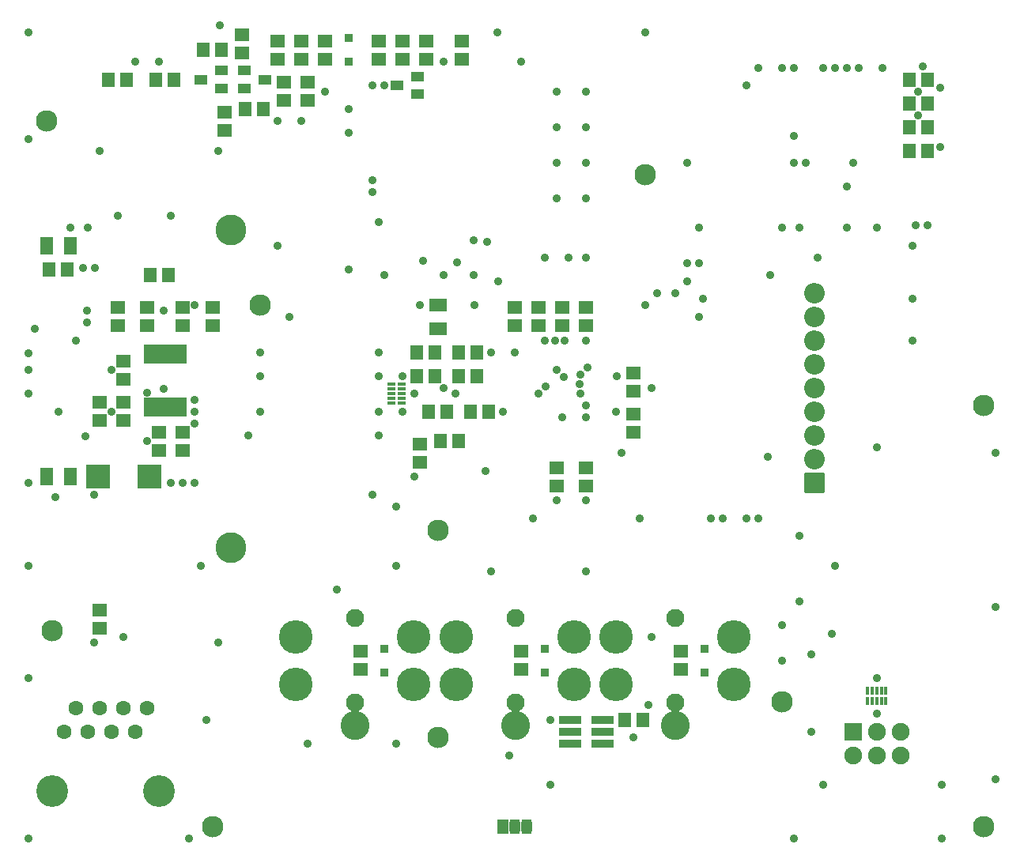
<source format=gbs>
G04 #@! TF.GenerationSoftware,KiCad,Pcbnew,7.0.9*
G04 #@! TF.CreationDate,2023-12-25T16:07:17+01:00*
G04 #@! TF.ProjectId,wall-mounted-room-temperature-sensor-ethernet,77616c6c-2d6d-46f7-956e-7465642d726f,v1.0*
G04 #@! TF.SameCoordinates,Original*
G04 #@! TF.FileFunction,Soldermask,Bot*
G04 #@! TF.FilePolarity,Negative*
%FSLAX46Y46*%
G04 Gerber Fmt 4.6, Leading zero omitted, Abs format (unit mm)*
G04 Created by KiCad (PCBNEW 7.0.9) date 2023-12-25 16:07:17*
%MOMM*%
%LPD*%
G01*
G04 APERTURE LIST*
G04 Aperture macros list*
%AMRoundRect*
0 Rectangle with rounded corners*
0 $1 Rounding radius*
0 $2 $3 $4 $5 $6 $7 $8 $9 X,Y pos of 4 corners*
0 Add a 4 corners polygon primitive as box body*
4,1,4,$2,$3,$4,$5,$6,$7,$8,$9,$2,$3,0*
0 Add four circle primitives for the rounded corners*
1,1,$1+$1,$2,$3*
1,1,$1+$1,$4,$5*
1,1,$1+$1,$6,$7*
1,1,$1+$1,$8,$9*
0 Add four rect primitives between the rounded corners*
20,1,$1+$1,$2,$3,$4,$5,0*
20,1,$1+$1,$4,$5,$6,$7,0*
20,1,$1+$1,$6,$7,$8,$9,0*
20,1,$1+$1,$8,$9,$2,$3,0*%
%AMFreePoly0*
4,1,13,0.685355,0.935355,0.700000,0.900000,0.700000,-0.900000,0.685355,-0.935355,0.650000,-0.950000,-0.650000,-0.950000,-0.685355,-0.935355,-0.700000,-0.900000,-0.700000,0.900000,-0.685355,0.935355,-0.650000,0.950000,0.650000,0.950000,0.685355,0.935355,0.685355,0.935355,$1*%
%AMFreePoly1*
4,1,13,1.035355,0.285355,1.050000,0.250000,1.050000,-0.250000,1.035355,-0.285355,1.000000,-0.300000,-1.000000,-0.300000,-1.035355,-0.285355,-1.050000,-0.250000,-1.050000,0.250000,-1.035355,0.285355,-1.000000,0.300000,1.000000,0.300000,1.035355,0.285355,1.035355,0.285355,$1*%
G04 Aperture macros list end*
%ADD10RoundRect,0.050000X-1.250000X1.250000X-1.250000X-1.250000X1.250000X-1.250000X1.250000X1.250000X0*%
%ADD11RoundRect,0.050000X-0.525000X-0.750000X0.525000X-0.750000X0.525000X0.750000X-0.525000X0.750000X0*%
%ADD12RoundRect,0.312500X-0.262500X-0.487500X0.262500X-0.487500X0.262500X0.487500X-0.262500X0.487500X0*%
%ADD13RoundRect,0.050000X0.150000X0.400000X-0.150000X0.400000X-0.150000X-0.400000X0.150000X-0.400000X0*%
%ADD14RoundRect,0.050000X0.400000X-0.150000X0.400000X0.150000X-0.400000X0.150000X-0.400000X-0.150000X0*%
%ADD15C,1.950000*%
%ADD16C,3.600000*%
%ADD17C,3.100000*%
%ADD18RoundRect,0.050000X-0.900000X0.900000X-0.900000X-0.900000X0.900000X-0.900000X0.900000X0.900000X0*%
%ADD19O,1.900000X1.900000*%
%ADD20RoundRect,0.050000X1.050000X1.050000X-1.050000X1.050000X-1.050000X-1.050000X1.050000X-1.050000X0*%
%ADD21O,2.200000X2.200000*%
%ADD22RoundRect,0.050000X0.750000X-0.650000X0.750000X0.650000X-0.750000X0.650000X-0.750000X-0.650000X0*%
%ADD23RoundRect,0.050000X0.650000X0.750000X-0.650000X0.750000X-0.650000X-0.750000X0.650000X-0.750000X0*%
%ADD24RoundRect,0.050000X-0.750000X0.650000X-0.750000X-0.650000X0.750000X-0.650000X0.750000X0.650000X0*%
%ADD25RoundRect,0.050000X-0.650000X-0.750000X0.650000X-0.750000X0.650000X0.750000X-0.650000X0.750000X0*%
%ADD26C,2.300000*%
%ADD27C,3.300000*%
%ADD28C,1.600000*%
%ADD29C,3.400000*%
%ADD30RoundRect,0.050000X0.650000X0.500000X-0.650000X0.500000X-0.650000X-0.500000X0.650000X-0.500000X0*%
%ADD31RoundRect,0.050000X0.400000X-0.400000X0.400000X0.400000X-0.400000X0.400000X-0.400000X-0.400000X0*%
%ADD32RoundRect,0.050000X-0.400000X0.400000X-0.400000X-0.400000X0.400000X-0.400000X0.400000X0.400000X0*%
%ADD33FreePoly0,90.000000*%
%ADD34FreePoly0,180.000000*%
%ADD35RoundRect,0.050000X-0.250000X1.000000X-0.250000X-1.000000X0.250000X-1.000000X0.250000X1.000000X0*%
%ADD36FreePoly1,270.000000*%
%ADD37RoundRect,0.050000X1.100000X0.400000X-1.100000X0.400000X-1.100000X-0.400000X1.100000X-0.400000X0*%
%ADD38RoundRect,0.050000X-0.650000X-0.500000X0.650000X-0.500000X0.650000X0.500000X-0.650000X0.500000X0*%
%ADD39FreePoly0,0.000000*%
%ADD40C,0.900000*%
G04 APERTURE END LIST*
D10*
X46780000Y-118110000D03*
X52280000Y-118110000D03*
D11*
X90170000Y-155575000D03*
D12*
X91440000Y-155575000D03*
X92710000Y-155575000D03*
D13*
X131175000Y-142145000D03*
X130675000Y-142145000D03*
X130175000Y-142145000D03*
X129675000Y-142145000D03*
X129175000Y-142145000D03*
X129175000Y-141065000D03*
X129675000Y-141065000D03*
X130175000Y-141065000D03*
X130675000Y-141065000D03*
X131175000Y-141065000D03*
D14*
X78200000Y-110220000D03*
X78200000Y-109720000D03*
X78200000Y-109220000D03*
X78200000Y-108720000D03*
X78200000Y-108220000D03*
X79280000Y-108220000D03*
X79280000Y-108720000D03*
X79280000Y-109220000D03*
X79280000Y-109720000D03*
X79280000Y-110220000D03*
D15*
X108585000Y-133270000D03*
X108585000Y-142320000D03*
D16*
X114885000Y-140345000D03*
X102285000Y-140345000D03*
X114885000Y-135245000D03*
X102285000Y-135245000D03*
D17*
X108585000Y-144745000D03*
D15*
X91500000Y-133270000D03*
X91500000Y-142320000D03*
D16*
X97800000Y-140345000D03*
X85200000Y-140345000D03*
X97800000Y-135245000D03*
X85200000Y-135245000D03*
D17*
X91500000Y-144745000D03*
D15*
X74295000Y-133270000D03*
X74295000Y-142320000D03*
D16*
X80595000Y-140345000D03*
X67995000Y-140345000D03*
X80595000Y-135245000D03*
X67995000Y-135245000D03*
D17*
X74295000Y-144745000D03*
D18*
X127635000Y-145415000D03*
D19*
X127635000Y-147955000D03*
X130175000Y-145415000D03*
X130175000Y-147955000D03*
X132715000Y-145415000D03*
X132715000Y-147955000D03*
D20*
X123515000Y-118745000D03*
D21*
X123515000Y-116205000D03*
X123515000Y-113665000D03*
X123515000Y-111125000D03*
X123515000Y-108585000D03*
X123515000Y-106045000D03*
X123515000Y-103505000D03*
X123515000Y-100965000D03*
X123515000Y-98425000D03*
D22*
X79375000Y-73360000D03*
X79375000Y-71420000D03*
X76835000Y-73360000D03*
X76835000Y-71420000D03*
D23*
X82885000Y-107315000D03*
X80945000Y-107315000D03*
X82885000Y-104775000D03*
X80945000Y-104775000D03*
D24*
X99060000Y-117140000D03*
X99060000Y-119080000D03*
X95885000Y-117140000D03*
X95885000Y-119080000D03*
X48895000Y-99995000D03*
X48895000Y-101935000D03*
X49530000Y-105710000D03*
X49530000Y-107650000D03*
D22*
X52070000Y-101935000D03*
X52070000Y-99995000D03*
X68580000Y-73360000D03*
X68580000Y-71420000D03*
D23*
X64470000Y-78740000D03*
X62530000Y-78740000D03*
D25*
X58085000Y-72390000D03*
X60025000Y-72390000D03*
D23*
X49865000Y-75565000D03*
X47925000Y-75565000D03*
D22*
X71120000Y-73360000D03*
X71120000Y-71420000D03*
D25*
X133650000Y-78105000D03*
X135590000Y-78105000D03*
X133650000Y-75565000D03*
X135590000Y-75565000D03*
X133650000Y-83185000D03*
X135590000Y-83185000D03*
D24*
X109220000Y-136825000D03*
X109220000Y-138765000D03*
X92075000Y-136825000D03*
X92075000Y-138765000D03*
X74930000Y-136825000D03*
X74930000Y-138765000D03*
D25*
X41575000Y-95885000D03*
X43515000Y-95885000D03*
D24*
X104140000Y-111425000D03*
X104140000Y-113365000D03*
D22*
X81915000Y-73360000D03*
X81915000Y-71420000D03*
D24*
X85725000Y-71420000D03*
X85725000Y-73360000D03*
D23*
X85425000Y-114300000D03*
X83485000Y-114300000D03*
X84155000Y-111125000D03*
X82215000Y-111125000D03*
X87330000Y-107315000D03*
X85390000Y-107315000D03*
X87330000Y-104775000D03*
X85390000Y-104775000D03*
D24*
X104140000Y-106980000D03*
X104140000Y-108920000D03*
D22*
X81280000Y-116540000D03*
X81280000Y-114600000D03*
D24*
X99060000Y-99995000D03*
X99060000Y-101935000D03*
X96520000Y-99995000D03*
X96520000Y-101935000D03*
X93980000Y-99995000D03*
X93980000Y-101935000D03*
X91440000Y-99995000D03*
X91440000Y-101935000D03*
D23*
X88600000Y-111125000D03*
X86660000Y-111125000D03*
D22*
X59055000Y-101935000D03*
X59055000Y-99995000D03*
X55880000Y-101935000D03*
X55880000Y-99995000D03*
D23*
X54310000Y-96520000D03*
X52370000Y-96520000D03*
D24*
X69215000Y-75865000D03*
X69215000Y-77805000D03*
D22*
X66675000Y-77805000D03*
X66675000Y-75865000D03*
X60325000Y-80980000D03*
X60325000Y-79040000D03*
D23*
X54945000Y-75565000D03*
X53005000Y-75565000D03*
D22*
X62230000Y-72725000D03*
X62230000Y-70785000D03*
X66040000Y-73360000D03*
X66040000Y-71420000D03*
D25*
X133650000Y-80645000D03*
X135590000Y-80645000D03*
D23*
X105110000Y-144145000D03*
X103170000Y-144145000D03*
D24*
X55880000Y-113330000D03*
X55880000Y-115270000D03*
D22*
X46990000Y-112095000D03*
X46990000Y-110155000D03*
X49530000Y-112095000D03*
X49530000Y-110155000D03*
X46990000Y-134320000D03*
X46990000Y-132380000D03*
D24*
X53340000Y-113330000D03*
X53340000Y-115270000D03*
D26*
X141605000Y-155575000D03*
X141605000Y-110490000D03*
X83185000Y-123825000D03*
X105410000Y-85725000D03*
X41275000Y-80010000D03*
X64135000Y-99695000D03*
D27*
X61000000Y-125720000D03*
X61000000Y-91720000D03*
D26*
X83185000Y-146050000D03*
D28*
X52071000Y-142875000D03*
X50801000Y-145415000D03*
X49531000Y-142875000D03*
X48261000Y-145415000D03*
X46991000Y-142875000D03*
X45721000Y-145415000D03*
X44451000Y-142875000D03*
X43181000Y-145415000D03*
D29*
X53341000Y-151765000D03*
X41909000Y-151765000D03*
D26*
X41910000Y-134620000D03*
X120015000Y-142240000D03*
X59055000Y-155575000D03*
D30*
X60055000Y-74615000D03*
X60055000Y-76515000D03*
X57855000Y-75565000D03*
D31*
X73660000Y-73660000D03*
X73660000Y-71120000D03*
D32*
X111760000Y-136525000D03*
X111760000Y-139065000D03*
X94615000Y-136525000D03*
X94615000Y-139065000D03*
X77470000Y-136525000D03*
X77470000Y-139065000D03*
D30*
X81010000Y-75250000D03*
X81010000Y-77150000D03*
X78810000Y-76200000D03*
D33*
X83185000Y-102235000D03*
X83185000Y-99695000D03*
D34*
X43815000Y-93345000D03*
X41275000Y-93345000D03*
D35*
X52025000Y-104960500D03*
X52675000Y-104960500D03*
X53325000Y-104960500D03*
X53975000Y-104960500D03*
X54625000Y-104960500D03*
X55275000Y-104960500D03*
D36*
X55925000Y-104960500D03*
D35*
X55925000Y-110685500D03*
X55275000Y-110685500D03*
X54625000Y-110685500D03*
X53975000Y-110685500D03*
X53325000Y-110685500D03*
X52675000Y-110685500D03*
X52025000Y-110685500D03*
D37*
X100787200Y-144145000D03*
X100787200Y-145415000D03*
X100787200Y-146685000D03*
X97332800Y-146685000D03*
X97332800Y-145415000D03*
X97332800Y-144145000D03*
D38*
X62500000Y-76515000D03*
X62500000Y-74615000D03*
X64700000Y-75565000D03*
D39*
X41275000Y-118110000D03*
X43815000Y-118110000D03*
D40*
X106045000Y-108585000D03*
X95885000Y-88265000D03*
X99060000Y-76835000D03*
X99060000Y-80645000D03*
X99060000Y-84455000D03*
X99060000Y-88265000D03*
X137160000Y-156845000D03*
X121285000Y-156845000D03*
X142875000Y-132080000D03*
X130175000Y-114935000D03*
X46990000Y-83185000D03*
X59690000Y-83185000D03*
X89535000Y-70485000D03*
X39370000Y-81915000D03*
X142875000Y-115570000D03*
X120015000Y-137795000D03*
X125730000Y-127635000D03*
X72390000Y-130175000D03*
X86995000Y-96520000D03*
X136940001Y-82769999D03*
X88475001Y-92920001D03*
X130175000Y-139700000D03*
X39370000Y-70485000D03*
X99060000Y-120650000D03*
X88265000Y-117475000D03*
X109855000Y-95250000D03*
X102235000Y-111125000D03*
X69215000Y-146685000D03*
X95250000Y-151130000D03*
X95885000Y-76835000D03*
X106680000Y-98425000D03*
X76200000Y-120015000D03*
X105410000Y-99695000D03*
X136940001Y-76419999D03*
X123190000Y-145415000D03*
X105410000Y-70485000D03*
X59830001Y-69709999D03*
X88910332Y-104764668D03*
X95885000Y-84455000D03*
X118530000Y-115990000D03*
X91440000Y-104775000D03*
X80645000Y-109220000D03*
X142875000Y-150495000D03*
X95885000Y-80645000D03*
X89662000Y-97155000D03*
X111125000Y-95250000D03*
X85090000Y-109220000D03*
X95885000Y-120650000D03*
X78740000Y-146685000D03*
X83820000Y-96520000D03*
X73660000Y-95885000D03*
X73660000Y-78740000D03*
X73660000Y-81280000D03*
X76200000Y-76200000D03*
X81580000Y-94950000D03*
X85205000Y-95135000D03*
X77470000Y-76200000D03*
X77470000Y-96520000D03*
X86995000Y-92790002D03*
X81280000Y-99695000D03*
X117475000Y-122555000D03*
X113665000Y-122555000D03*
X111125000Y-100965000D03*
X112395000Y-122555000D03*
X116205000Y-122555000D03*
X97155000Y-94615000D03*
X106045000Y-135255000D03*
X87122000Y-99695000D03*
X102870000Y-115570000D03*
X78740000Y-121285000D03*
X99060000Y-110490000D03*
X80645000Y-118110000D03*
X99060000Y-94615000D03*
X88900000Y-128270000D03*
X99060000Y-128270000D03*
X78740000Y-127635000D03*
X108585000Y-98425000D03*
X94615000Y-94615000D03*
X105745000Y-142540000D03*
X57150000Y-111125000D03*
X57150000Y-109855000D03*
X39370000Y-118745000D03*
X57150000Y-112395000D03*
X46355000Y-120015000D03*
X42210000Y-120315000D03*
X54610000Y-118745000D03*
X55880000Y-118745000D03*
X57150000Y-118745000D03*
X83820000Y-108585000D03*
X79375000Y-107315000D03*
X76835000Y-107315000D03*
X76835000Y-104775000D03*
X99060000Y-111760000D03*
X96520000Y-111760000D03*
X76200000Y-87630000D03*
X127000000Y-86995000D03*
X76835000Y-90805000D03*
X123825000Y-94615000D03*
X109855000Y-84455000D03*
X76200000Y-86360000D03*
X134620000Y-79375000D03*
X135128000Y-74114999D03*
X134620000Y-76835000D03*
X52070000Y-109093000D03*
X54610000Y-90170000D03*
X48895000Y-90170000D03*
X46482000Y-95758000D03*
X48260000Y-111125000D03*
X45593000Y-101600000D03*
X66040000Y-93345000D03*
X52070000Y-114300000D03*
X53870000Y-108690000D03*
X45720000Y-91440000D03*
X45593000Y-100330000D03*
X45466000Y-113792000D03*
X67310000Y-100965000D03*
X53870000Y-100330000D03*
X45212000Y-95758000D03*
X57150000Y-99695000D03*
X48260000Y-106680000D03*
X42545000Y-111125000D03*
X39370000Y-109220000D03*
X39370000Y-156845000D03*
X58420000Y-144145000D03*
X59690000Y-135890000D03*
X39370000Y-139700000D03*
X56515000Y-156845000D03*
X57785000Y-127635000D03*
X39370000Y-127635000D03*
X49530000Y-135255000D03*
X46355000Y-135890000D03*
X66040000Y-80010000D03*
X83820000Y-73660000D03*
X50800000Y-73660000D03*
X71120000Y-76835000D03*
X130175000Y-143510000D03*
X130810000Y-74295000D03*
X123190000Y-137160000D03*
X120015000Y-133985000D03*
X121285000Y-84455000D03*
X120015000Y-91440000D03*
X121285000Y-81615000D03*
X128270000Y-74295000D03*
X127000000Y-74295000D03*
X125730000Y-74295000D03*
X93345000Y-122555000D03*
X104775000Y-122555000D03*
X76835000Y-113665000D03*
X79375000Y-111125000D03*
X76835000Y-111125000D03*
X109855000Y-97155000D03*
X125412500Y-134937500D03*
X92075000Y-73660000D03*
X111570000Y-99060000D03*
X121920000Y-131445000D03*
X121920000Y-124460000D03*
X127000000Y-91440000D03*
X130175000Y-91440000D03*
X121920000Y-91440000D03*
X118745000Y-96520000D03*
X134330000Y-91150000D03*
X133985000Y-103505000D03*
X133985000Y-99060000D03*
X135600000Y-91150000D03*
X64135000Y-107315000D03*
X64135000Y-111125000D03*
X64135000Y-104775000D03*
X62865000Y-113665000D03*
X43815000Y-91440000D03*
X53340000Y-73660000D03*
X96635001Y-107430001D03*
X95885000Y-106680000D03*
X93980000Y-109220000D03*
X94730000Y-108470000D03*
X116205000Y-76200000D03*
X99060000Y-103505000D03*
X68580000Y-80010000D03*
X137160000Y-151130000D03*
X133985000Y-93345000D03*
X104140000Y-146050000D03*
X124460000Y-151130000D03*
X127635000Y-84455000D03*
X124460000Y-74295000D03*
X122555000Y-84455000D03*
X121285000Y-74295000D03*
X98394671Y-108189668D03*
X98425000Y-107188000D03*
X120015000Y-74295000D03*
X117475000Y-74295000D03*
X99187000Y-106426000D03*
X111125000Y-91440000D03*
X98425000Y-109220000D03*
X90805000Y-147955000D03*
X95250000Y-144145000D03*
X94615000Y-103505000D03*
X95725178Y-103554517D03*
X96723245Y-103492338D03*
X40005000Y-102235000D03*
X44450000Y-103505000D03*
X39370000Y-106680000D03*
X39370000Y-104902000D03*
X102350000Y-107315000D03*
X90170000Y-111125000D03*
M02*

</source>
